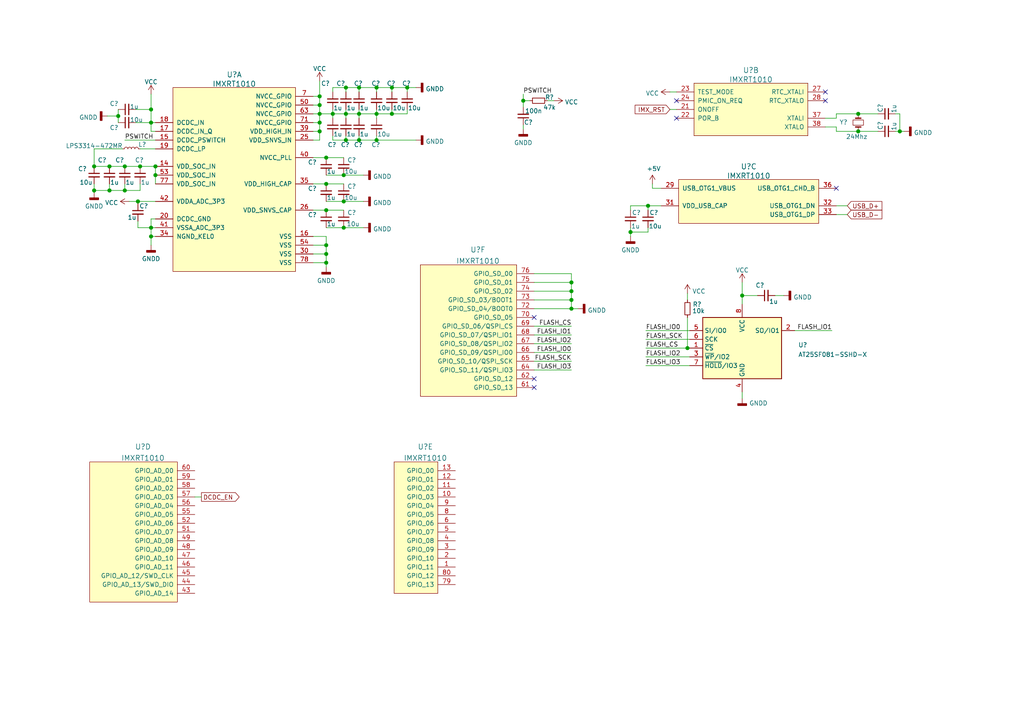
<source format=kicad_sch>
(kicad_sch (version 20210621) (generator eeschema)
  (paper "A4")
  (lib_symbols
    (symbol "Device:C_Small" (pin_numbers hide) (pin_names (offset 0.254) hide)
      (property "Reference" "C" (at 0.254 1.778 0))
      (property "Value" "C_Small" (at 0.254 -2.032 0))
      (symbol "C_Small_0_1"
        (polyline (pts (xy -1.524 -0.508) (xy 1.524 -0.508)) (stroke (width 0.3302)))
        (polyline (pts (xy -1.524 0.508) (xy 1.524 0.508)) (stroke (width 0.3048)))
      )
      (symbol "C_Small_1_1"
        (pin passive line (at 0 2.54 270) (length 2.032) (name "~") (number "1"))
        (pin passive line (at 0 -2.54 90) (length 2.032) (name "~") (number "2"))
      )
    )
    (symbol "Device:Crystal_Small" (pin_numbers hide) (pin_names (offset 1.016) hide)
      (property "Reference" "Y" (at 0 2.54 0))
      (property "Value" "Crystal_Small" (at 0 -2.54 0))
      (symbol "Crystal_Small_0_1"
        (rectangle (start -0.762 -1.524) (end 0.762 1.524))
        (polyline (pts (xy -1.27 -0.762) (xy -1.27 0.762)) (stroke (width 0.381)))
        (polyline (pts (xy 1.27 -0.762) (xy 1.27 0.762)) (stroke (width 0.381)))
      )
      (symbol "Crystal_Small_1_1"
        (pin passive line (at -2.54 0 0) (length 1.27) (name "1") (number "1"))
        (pin passive line (at 2.54 0 180) (length 1.27) (name "2") (number "2"))
      )
    )
    (symbol "Device:L_Small" (pin_numbers hide) (pin_names (offset 0.254) hide)
      (property "Reference" "L" (at 0.762 1.016 0))
      (property "Value" "L_Small" (at 0.762 -1.016 0))
      (symbol "L_Small_0_1"
        (arc (start 0 -2.032) (end 0 -1.016) (radius (at 0 -1.524) (length 0.508) (angles -89.9 89.9)))
        (arc (start 0 -1.016) (end 0 0) (radius (at 0 -0.508) (length 0.508) (angles -89.9 89.9)))
        (arc (start 0 0) (end 0 1.016) (radius (at 0 0.508) (length 0.508) (angles -89.9 89.9)))
        (arc (start 0 1.016) (end 0 2.032) (radius (at 0 1.524) (length 0.508) (angles -89.9 89.9)))
      )
      (symbol "L_Small_1_1"
        (pin passive line (at 0 2.54 270) (length 0.508) (name "~") (number "1"))
        (pin passive line (at 0 -2.54 90) (length 0.508) (name "~") (number "2"))
      )
    )
    (symbol "Device:R_Small" (pin_numbers hide) (pin_names (offset 0.254) hide)
      (property "Reference" "R" (at 0.762 0.508 0))
      (property "Value" "R_Small" (at 0.762 -1.016 0))
      (symbol "R_Small_0_1"
        (rectangle (start -0.762 1.778) (end 0.762 -1.778) (stroke (width 0.2032)))
      )
      (symbol "R_Small_1_1"
        (pin passive line (at 0 2.54 270) (length 0.762) (name "~") (number "1"))
        (pin passive line (at 0 -2.54 90) (length 0.762) (name "~") (number "2"))
      )
    )
    (symbol "DykoDAC3-rescue:+5V-power" (power) (pin_names (offset 0))
      (property "Value" "+5V-power" (at 0 3.556 0))
      (symbol "+5V-power_0_1"
        (polyline (pts (xy -0.762 1.27) (xy 0 2.54)))
        (polyline (pts (xy 0 0) (xy 0 2.54)))
        (polyline (pts (xy 0 2.54) (xy 0.762 1.27)))
      )
      (symbol "+5V-power_1_1"
        (pin power_in line (at 0 0 90) (length 0) hide (name "+5V") (number "1"))
      )
    )
    (symbol "Memory_Flash:AT25SF081-SSHD-X"
      (property "Reference" "U" (at 2.54 12.7 0))
      (property "Value" "AT25SF081-SSHD-X" (at 10.16 10.16 0))
      (symbol "AT25SF081-SSHD-X_1_1"
        (rectangle (start -11.43 8.89) (end 11.43 -8.89) (stroke (width 0.254)) (fill (type background)))
        (pin input line (at -15.24 0 0) (length 3.81) (name "~{CS}") (number "1"))
        (pin bidirectional line (at 15.24 5.08 180) (length 3.81) (name "SO/IO1") (number "2"))
        (pin bidirectional line (at -15.24 -2.54 0) (length 3.81) (name "~{WP}/IO2") (number "3"))
        (pin power_in line (at 0 -12.7 90) (length 3.81) (name "GND") (number "4"))
        (pin bidirectional line (at -15.24 5.08 0) (length 3.81) (name "SI/IO0") (number "5"))
        (pin input line (at -15.24 2.54 0) (length 3.81) (name "SCK") (number "6"))
        (pin bidirectional line (at -15.24 -5.08 0) (length 3.81) (name "~{HOLD}/IO3") (number "7"))
        (pin power_in line (at 0 12.7 270) (length 3.81) (name "VCC") (number "8"))
      )
    )
    (symbol "imx:IMXRT1010" (pin_names (offset 1.016))
      (property "Reference" "U" (at 5.08 6.35 0))
      (property "Value" "IMXRT1010" (at 5.08 3.81 0))
      (symbol "IMXRT1010_1_1"
        (rectangle (start 5.08 2.54) (end 40.64 -50.8) (fill (type background)))
        (pin bidirectional line (at 0 -20.32 0) (length 5.08) (name "VDD_SOC_IN") (number "14"))
        (pin bidirectional line (at 0 -12.7 0) (length 5.08) (name "DCDC_PSWITCH") (number "15"))
        (pin bidirectional line (at 45.72 -40.64 180) (length 5.08) (name "VSS") (number "16"))
        (pin bidirectional line (at 0 -10.16 0) (length 5.08) (name "DCDC_IN_Q") (number "17"))
        (pin bidirectional line (at 0 -7.62 0) (length 5.08) (name "DCDC_IN") (number "18"))
        (pin bidirectional line (at 0 -15.24 0) (length 5.08) (name "DCDC_LP") (number "19"))
        (pin bidirectional line (at 0 -35.56 0) (length 5.08) (name "DCDC_GND") (number "20"))
        (pin bidirectional line (at 45.72 -12.7 180) (length 5.08) (name "VDD_SNVS_IN") (number "25"))
        (pin bidirectional line (at 45.72 -33.02 180) (length 5.08) (name "VDD_SNVS_CAP") (number "26"))
        (pin bidirectional line (at 45.72 -45.72 180) (length 5.08) (name "VSS") (number "30"))
        (pin bidirectional line (at 0 -40.64 0) (length 5.08) (name "NGND_KEL0") (number "34"))
        (pin bidirectional line (at 45.72 -25.4 180) (length 5.08) (name "VDD_HIGH_CAP") (number "35"))
        (pin bidirectional line (at 45.72 -10.16 180) (length 5.08) (name "VDD_HIGH_IN") (number "39"))
        (pin bidirectional line (at 45.72 -17.78 180) (length 5.08) (name "NVCC_PLL") (number "40"))
        (pin bidirectional line (at 0 -38.1 0) (length 5.08) (name "VSSA_ADC_3P3") (number "41"))
        (pin bidirectional line (at 0 -30.48 0) (length 5.08) (name "VDDA_ADC_3P3") (number "42"))
        (pin bidirectional line (at 45.72 -2.54 180) (length 5.08) (name "NVCC_GPIO") (number "50"))
        (pin bidirectional line (at 0 -22.86 0) (length 5.08) (name "VDD_SOC_IN") (number "53"))
        (pin bidirectional line (at 45.72 -43.18 180) (length 5.08) (name "VSS") (number "54"))
        (pin bidirectional line (at 45.72 -5.08 180) (length 5.08) (name "NVCC_GPIO") (number "63"))
        (pin bidirectional line (at 45.72 0 180) (length 5.08) (name "NVCC_GPIO") (number "7"))
        (pin bidirectional line (at 45.72 -7.62 180) (length 5.08) (name "NVCC_GPIO") (number "71"))
        (pin bidirectional line (at 0 -25.4 0) (length 5.08) (name "VDD_SOC_IN") (number "77"))
        (pin bidirectional line (at 45.72 -48.26 180) (length 5.08) (name "VSS") (number "78"))
      )
      (symbol "IMXRT1010_2_1"
        (rectangle (start 5.08 2.54) (end 38.1 -12.7) (fill (type background)))
        (pin bidirectional line (at 0 -5.08 0) (length 5.08) (name "ONOFF") (number "21"))
        (pin bidirectional line (at 0 -7.62 0) (length 5.08) (name "POR_B") (number "22"))
        (pin bidirectional line (at 0 0 0) (length 5.08) (name "TEST_MODE") (number "23"))
        (pin bidirectional line (at 0 -2.54 0) (length 5.08) (name "PMIC_ON_REQ") (number "24"))
        (pin bidirectional line (at 43.18 0 180) (length 5.08) (name "RTC_XTALI") (number "27"))
        (pin bidirectional line (at 43.18 -2.54 180) (length 5.08) (name "RTC_XTALO") (number "28"))
        (pin bidirectional line (at 43.18 -7.62 180) (length 5.08) (name "XTALI") (number "37"))
        (pin bidirectional line (at 43.18 -10.16 180) (length 5.08) (name "XTALO") (number "38"))
      )
      (symbol "IMXRT1010_3_1"
        (rectangle (start 5.08 2.54) (end 45.72 -10.16) (fill (type background)))
        (pin bidirectional line (at 0 0 0) (length 5.08) (name "USB_OTG1_VBUS") (number "29"))
        (pin bidirectional line (at 0 -5.08 0) (length 5.08) (name "VDD_USB_CAP") (number "31"))
        (pin bidirectional line (at 50.8 -5.08 180) (length 5.08) (name "USB_OTG1_DN") (number "32"))
        (pin bidirectional line (at 50.8 -7.62 180) (length 5.08) (name "USB_OTG1_DP") (number "33"))
        (pin bidirectional line (at 50.8 0 180) (length 5.08) (name "USB_OTG1_CHD_B") (number "36"))
      )
      (symbol "IMXRT1010_4_1"
        (rectangle (start 5.08 2.54) (end 30.48 -38.1) (fill (type background)))
        (pin bidirectional line (at 35.56 -35.56 180) (length 5.08) (name "GPIO_AD_14") (number "43"))
        (pin bidirectional line (at 35.56 -33.02 180) (length 5.08) (name "GPIO_AD_13/SWD_DIO") (number "44"))
        (pin bidirectional line (at 35.56 -30.48 180) (length 5.08) (name "GPIO_AD_12/SWD_CLK") (number "45"))
        (pin bidirectional line (at 35.56 -27.94 180) (length 5.08) (name "GPIO_AD_11") (number "46"))
        (pin bidirectional line (at 35.56 -25.4 180) (length 5.08) (name "GPIO_AD_10") (number "47"))
        (pin bidirectional line (at 35.56 -22.86 180) (length 5.08) (name "GPIO_AD_09") (number "48"))
        (pin bidirectional line (at 35.56 -20.32 180) (length 5.08) (name "GPIO_AD_08") (number "49"))
        (pin bidirectional line (at 35.56 -17.78 180) (length 5.08) (name "GPIO_AD_07") (number "51"))
        (pin bidirectional line (at 35.56 -15.24 180) (length 5.08) (name "GPIO_AD_06") (number "52"))
        (pin bidirectional line (at 35.56 -12.7 180) (length 5.08) (name "GPIO_AD_05") (number "55"))
        (pin bidirectional line (at 35.56 -10.16 180) (length 5.08) (name "GPIO_AD_04") (number "56"))
        (pin bidirectional line (at 35.56 -7.62 180) (length 5.08) (name "GPIO_AD_03") (number "57"))
        (pin bidirectional line (at 35.56 -5.08 180) (length 5.08) (name "GPIO_AD_02") (number "58"))
        (pin bidirectional line (at 35.56 -2.54 180) (length 5.08) (name "GPIO_AD_01") (number "59"))
        (pin bidirectional line (at 35.56 0 180) (length 5.08) (name "GPIO_AD_00") (number "60"))
      )
      (symbol "IMXRT1010_5_1"
        (rectangle (start 5.08 2.54) (end 17.78 -35.56) (fill (type background)))
        (pin bidirectional line (at 22.86 -27.94 180) (length 5.08) (name "GPIO_11") (number "1"))
        (pin bidirectional line (at 22.86 -7.62 180) (length 5.08) (name "GPIO_03") (number "10"))
        (pin bidirectional line (at 22.86 -5.08 180) (length 5.08) (name "GPIO_02") (number "11"))
        (pin bidirectional line (at 22.86 -2.54 180) (length 5.08) (name "GPIO_01") (number "12"))
        (pin bidirectional line (at 22.86 0 180) (length 5.08) (name "GPIO_00") (number "13"))
        (pin bidirectional line (at 22.86 -25.4 180) (length 5.08) (name "GPIO_10") (number "2"))
        (pin bidirectional line (at 22.86 -22.86 180) (length 5.08) (name "GPIO_09") (number "3"))
        (pin bidirectional line (at 22.86 -20.32 180) (length 5.08) (name "GPIO_08") (number "4"))
        (pin bidirectional line (at 22.86 -17.78 180) (length 5.08) (name "GPIO_07") (number "5"))
        (pin bidirectional line (at 22.86 -15.24 180) (length 5.08) (name "GPIO_06") (number "6"))
        (pin bidirectional line (at 22.86 -33.02 180) (length 5.08) (name "GPIO_13") (number "79"))
        (pin bidirectional line (at 22.86 -12.7 180) (length 5.08) (name "GPIO_05") (number "8"))
        (pin bidirectional line (at 22.86 -30.48 180) (length 5.08) (name "GPIO_12") (number "80"))
        (pin bidirectional line (at 22.86 -10.16 180) (length 5.08) (name "GPIO_04") (number "9"))
      )
      (symbol "IMXRT1010_6_1"
        (rectangle (start 5.08 2.54) (end 33.02 -35.56) (fill (type background)))
        (pin bidirectional line (at 38.1 -33.02 180) (length 5.08) (name "GPIO_SD_13") (number "61"))
        (pin bidirectional line (at 38.1 -30.48 180) (length 5.08) (name "GPIO_SD_12") (number "62"))
        (pin bidirectional line (at 38.1 -27.94 180) (length 5.08) (name "GPIO_SD_11/QSPI_IO3") (number "64"))
        (pin bidirectional line (at 38.1 -25.4 180) (length 5.08) (name "GPIO_SD_10/QSPI_SCK") (number "65"))
        (pin bidirectional line (at 38.1 -22.86 180) (length 5.08) (name "GPIO_SD_09/QSPI_IO0") (number "66"))
        (pin bidirectional line (at 38.1 -20.32 180) (length 5.08) (name "GPIO_SD_08/QSPI_IO2") (number "67"))
        (pin bidirectional line (at 38.1 -17.78 180) (length 5.08) (name "GPIO_SD_07/QSPI_IO1") (number "68"))
        (pin bidirectional line (at 38.1 -15.24 180) (length 5.08) (name "GPIO_SD_06/QSPI_CS") (number "69"))
        (pin bidirectional line (at 38.1 -12.7 180) (length 5.08) (name "GPIO_SD_05") (number "70"))
        (pin bidirectional line (at 38.1 -10.16 180) (length 5.08) (name "GPIO_SD_04/BOOT0") (number "72"))
        (pin bidirectional line (at 38.1 -7.62 180) (length 5.08) (name "GPIO_SD_03/BOOT1") (number "73"))
        (pin bidirectional line (at 38.1 -5.08 180) (length 5.08) (name "GPIO_SD_02") (number "74"))
        (pin bidirectional line (at 38.1 -2.54 180) (length 5.08) (name "GPIO_SD_01") (number "75"))
        (pin bidirectional line (at 38.1 0 180) (length 5.08) (name "GPIO_SD_00") (number "76"))
      )
    )
    (symbol "imx:IMXRT1010_1" (pin_names (offset 1.016))
      (property "Reference" "U" (at 5.08 6.35 0))
      (property "Value" "IMXRT1010" (at 5.08 3.81 0))
      (symbol "IMXRT1010_1_1_1"
        (rectangle (start 5.08 2.54) (end 40.64 -50.8) (fill (type background)))
        (pin bidirectional line (at 0 -20.32 0) (length 5.08) (name "VDD_SOC_IN") (number "14"))
        (pin bidirectional line (at 0 -12.7 0) (length 5.08) (name "DCDC_PSWITCH") (number "15"))
        (pin bidirectional line (at 45.72 -40.64 180) (length 5.08) (name "VSS") (number "16"))
        (pin bidirectional line (at 0 -10.16 0) (length 5.08) (name "DCDC_IN_Q") (number "17"))
        (pin bidirectional line (at 0 -7.62 0) (length 5.08) (name "DCDC_IN") (number "18"))
        (pin bidirectional line (at 0 -15.24 0) (length 5.08) (name "DCDC_LP") (number "19"))
        (pin bidirectional line (at 0 -35.56 0) (length 5.08) (name "DCDC_GND") (number "20"))
        (pin bidirectional line (at 45.72 -12.7 180) (length 5.08) (name "VDD_SNVS_IN") (number "25"))
        (pin bidirectional line (at 45.72 -33.02 180) (length 5.08) (name "VDD_SNVS_CAP") (number "26"))
        (pin bidirectional line (at 45.72 -45.72 180) (length 5.08) (name "VSS") (number "30"))
        (pin bidirectional line (at 0 -40.64 0) (length 5.08) (name "NGND_KEL0") (number "34"))
        (pin bidirectional line (at 45.72 -25.4 180) (length 5.08) (name "VDD_HIGH_CAP") (number "35"))
        (pin bidirectional line (at 45.72 -10.16 180) (length 5.08) (name "VDD_HIGH_IN") (number "39"))
        (pin bidirectional line (at 45.72 -17.78 180) (length 5.08) (name "NVCC_PLL") (number "40"))
        (pin bidirectional line (at 0 -38.1 0) (length 5.08) (name "VSSA_ADC_3P3") (number "41"))
        (pin bidirectional line (at 0 -30.48 0) (length 5.08) (name "VDDA_ADC_3P3") (number "42"))
        (pin bidirectional line (at 45.72 -2.54 180) (length 5.08) (name "NVCC_GPIO") (number "50"))
        (pin bidirectional line (at 0 -22.86 0) (length 5.08) (name "VDD_SOC_IN") (number "53"))
        (pin bidirectional line (at 45.72 -43.18 180) (length 5.08) (name "VSS") (number "54"))
        (pin bidirectional line (at 45.72 -5.08 180) (length 5.08) (name "NVCC_GPIO") (number "63"))
        (pin bidirectional line (at 45.72 0 180) (length 5.08) (name "NVCC_GPIO") (number "7"))
        (pin bidirectional line (at 45.72 -7.62 180) (length 5.08) (name "NVCC_GPIO") (number "71"))
        (pin bidirectional line (at 0 -25.4 0) (length 5.08) (name "VDD_SOC_IN") (number "77"))
        (pin bidirectional line (at 45.72 -48.26 180) (length 5.08) (name "VSS") (number "78"))
      )
      (symbol "IMXRT1010_1_2_1"
        (rectangle (start 5.08 2.54) (end 38.1 -12.7) (fill (type background)))
        (pin bidirectional line (at 0 -5.08 0) (length 5.08) (name "ONOFF") (number "21"))
        (pin bidirectional line (at 0 -7.62 0) (length 5.08) (name "POR_B") (number "22"))
        (pin bidirectional line (at 0 0 0) (length 5.08) (name "TEST_MODE") (number "23"))
        (pin bidirectional line (at 0 -2.54 0) (length 5.08) (name "PMIC_ON_REQ") (number "24"))
        (pin bidirectional line (at 43.18 0 180) (length 5.08) (name "RTC_XTALI") (number "27"))
        (pin bidirectional line (at 43.18 -2.54 180) (length 5.08) (name "RTC_XTALO") (number "28"))
        (pin bidirectional line (at 43.18 -7.62 180) (length 5.08) (name "XTALI") (number "37"))
        (pin bidirectional line (at 43.18 -10.16 180) (length 5.08) (name "XTALO") (number "38"))
      )
      (symbol "IMXRT1010_1_3_1"
        (rectangle (start 5.08 2.54) (end 45.72 -10.16) (fill (type background)))
        (pin bidirectional line (at 0 0 0) (length 5.08) (name "USB_OTG1_VBUS") (number "29"))
        (pin bidirectional line (at 0 -5.08 0) (length 5.08) (name "VDD_USB_CAP") (number "31"))
        (pin bidirectional line (at 50.8 -5.08 180) (length 5.08) (name "USB_OTG1_DN") (number "32"))
        (pin bidirectional line (at 50.8 -7.62 180) (length 5.08) (name "USB_OTG1_DP") (number "33"))
        (pin bidirectional line (at 50.8 0 180) (length 5.08) (name "USB_OTG1_CHD_B") (number "36"))
      )
      (symbol "IMXRT1010_1_4_1"
        (rectangle (start 5.08 2.54) (end 30.48 -38.1) (fill (type background)))
        (pin bidirectional line (at 35.56 -35.56 180) (length 5.08) (name "GPIO_AD_14") (number "43"))
        (pin bidirectional line (at 35.56 -33.02 180) (length 5.08) (name "GPIO_AD_13/SWD_DIO") (number "44"))
        (pin bidirectional line (at 35.56 -30.48 180) (length 5.08) (name "GPIO_AD_12/SWD_CLK") (number "45"))
        (pin bidirectional line (at 35.56 -27.94 180) (length 5.08) (name "GPIO_AD_11") (number "46"))
        (pin bidirectional line (at 35.56 -25.4 180) (length 5.08) (name "GPIO_AD_10") (number "47"))
        (pin bidirectional line (at 35.56 -22.86 180) (length 5.08) (name "GPIO_AD_09") (number "48"))
        (pin bidirectional line (at 35.56 -20.32 180) (length 5.08) (name "GPIO_AD_08") (number "49"))
        (pin bidirectional line (at 35.56 -17.78 180) (length 5.08) (name "GPIO_AD_07") (number "51"))
        (pin bidirectional line (at 35.56 -15.24 180) (length 5.08) (name "GPIO_AD_06") (number "52"))
        (pin bidirectional line (at 35.56 -12.7 180) (length 5.08) (name "GPIO_AD_05") (number "55"))
        (pin bidirectional line (at 35.56 -10.16 180) (length 5.08) (name "GPIO_AD_04") (number "56"))
        (pin bidirectional line (at 35.56 -7.62 180) (length 5.08) (name "GPIO_AD_03") (number "57"))
        (pin bidirectional line (at 35.56 -5.08 180) (length 5.08) (name "GPIO_AD_02") (number "58"))
        (pin bidirectional line (at 35.56 -2.54 180) (length 5.08) (name "GPIO_AD_01") (number "59"))
        (pin bidirectional line (at 35.56 0 180) (length 5.08) (name "GPIO_AD_00") (number "60"))
      )
      (symbol "IMXRT1010_1_5_1"
        (rectangle (start 5.08 2.54) (end 17.78 -35.56) (fill (type background)))
        (pin bidirectional line (at 22.86 -27.94 180) (length 5.08) (name "GPIO_11") (number "1"))
        (pin bidirectional line (at 22.86 -7.62 180) (length 5.08) (name "GPIO_03") (number "10"))
        (pin bidirectional line (at 22.86 -5.08 180) (length 5.08) (name "GPIO_02") (number "11"))
        (pin bidirectional line (at 22.86 -2.54 180) (length 5.08) (name "GPIO_01") (number "12"))
        (pin bidirectional line (at 22.86 0 180) (length 5.08) (name "GPIO_00") (number "13"))
        (pin bidirectional line (at 22.86 -25.4 180) (length 5.08) (name "GPIO_10") (number "2"))
        (pin bidirectional line (at 22.86 -22.86 180) (length 5.08) (name "GPIO_09") (number "3"))
        (pin bidirectional line (at 22.86 -20.32 180) (length 5.08) (name "GPIO_08") (number "4"))
        (pin bidirectional line (at 22.86 -17.78 180) (length 5.08) (name "GPIO_07") (number "5"))
        (pin bidirectional line (at 22.86 -15.24 180) (length 5.08) (name "GPIO_06") (number "6"))
        (pin bidirectional line (at 22.86 -33.02 180) (length 5.08) (name "GPIO_13") (number "79"))
        (pin bidirectional line (at 22.86 -12.7 180) (length 5.08) (name "GPIO_05") (number "8"))
        (pin bidirectional line (at 22.86 -30.48 180) (length 5.08) (name "GPIO_12") (number "80"))
        (pin bidirectional line (at 22.86 -10.16 180) (length 5.08) (name "GPIO_04") (number "9"))
      )
      (symbol "IMXRT1010_1_6_1"
        (rectangle (start 5.08 2.54) (end 33.02 -35.56) (fill (type background)))
        (pin bidirectional line (at 38.1 -33.02 180) (length 5.08) (name "GPIO_SD_13") (number "61"))
        (pin bidirectional line (at 38.1 -30.48 180) (length 5.08) (name "GPIO_SD_12") (number "62"))
        (pin bidirectional line (at 38.1 -27.94 180) (length 5.08) (name "GPIO_SD_11/QSPI_IO3") (number "64"))
        (pin bidirectional line (at 38.1 -25.4 180) (length 5.08) (name "GPIO_SD_10/QSPI_SCK") (number "65"))
        (pin bidirectional line (at 38.1 -22.86 180) (length 5.08) (name "GPIO_SD_09/QSPI_IO0") (number "66"))
        (pin bidirectional line (at 38.1 -20.32 180) (length 5.08) (name "GPIO_SD_08/QSPI_IO2") (number "67"))
        (pin bidirectional line (at 38.1 -17.78 180) (length 5.08) (name "GPIO_SD_07/QSPI_IO1") (number "68"))
        (pin bidirectional line (at 38.1 -15.24 180) (length 5.08) (name "GPIO_SD_06/QSPI_CS") (number "69"))
        (pin bidirectional line (at 38.1 -12.7 180) (length 5.08) (name "GPIO_SD_05") (number "70"))
        (pin bidirectional line (at 38.1 -10.16 180) (length 5.08) (name "GPIO_SD_04/BOOT0") (number "72"))
        (pin bidirectional line (at 38.1 -7.62 180) (length 5.08) (name "GPIO_SD_03/BOOT1") (number "73"))
        (pin bidirectional line (at 38.1 -5.08 180) (length 5.08) (name "GPIO_SD_02") (number "74"))
        (pin bidirectional line (at 38.1 -2.54 180) (length 5.08) (name "GPIO_SD_01") (number "75"))
        (pin bidirectional line (at 38.1 0 180) (length 5.08) (name "GPIO_SD_00") (number "76"))
      )
    )
    (symbol "imx:IMXRT1010_2" (pin_names (offset 1.016))
      (property "Reference" "U" (at 5.08 6.35 0))
      (property "Value" "IMXRT1010" (at 5.08 3.81 0))
      (symbol "IMXRT1010_2_1_1"
        (rectangle (start 5.08 2.54) (end 40.64 -50.8) (fill (type background)))
        (pin bidirectional line (at 0 -20.32 0) (length 5.08) (name "VDD_SOC_IN") (number "14"))
        (pin bidirectional line (at 0 -12.7 0) (length 5.08) (name "DCDC_PSWITCH") (number "15"))
        (pin bidirectional line (at 45.72 -40.64 180) (length 5.08) (name "VSS") (number "16"))
        (pin bidirectional line (at 0 -10.16 0) (length 5.08) (name "DCDC_IN_Q") (number "17"))
        (pin bidirectional line (at 0 -7.62 0) (length 5.08) (name "DCDC_IN") (number "18"))
        (pin bidirectional line (at 0 -15.24 0) (length 5.08) (name "DCDC_LP") (number "19"))
        (pin bidirectional line (at 0 -35.56 0) (length 5.08) (name "DCDC_GND") (number "20"))
        (pin bidirectional line (at 45.72 -12.7 180) (length 5.08) (name "VDD_SNVS_IN") (number "25"))
        (pin bidirectional line (at 45.72 -33.02 180) (length 5.08) (name "VDD_SNVS_CAP") (number "26"))
        (pin bidirectional line (at 45.72 -45.72 180) (length 5.08) (name "VSS") (number "30"))
        (pin bidirectional line (at 0 -40.64 0) (length 5.08) (name "NGND_KEL0") (number "34"))
        (pin bidirectional line (at 45.72 -25.4 180) (length 5.08) (name "VDD_HIGH_CAP") (number "35"))
        (pin bidirectional line (at 45.72 -10.16 180) (length 5.08) (name "VDD_HIGH_IN") (number "39"))
        (pin bidirectional line (at 45.72 -17.78 180) (length 5.08) (name "NVCC_PLL") (number "40"))
        (pin bidirectional line (at 0 -38.1 0) (length 5.08) (name "VSSA_ADC_3P3") (number "41"))
        (pin bidirectional line (at 0 -30.48 0) (length 5.08) (name "VDDA_ADC_3P3") (number "42"))
        (pin bidirectional line (at 45.72 -2.54 180) (length 5.08) (name "NVCC_GPIO") (number "50"))
        (pin bidirectional line (at 0 -22.86 0) (length 5.08) (name "VDD_SOC_IN") (number "53"))
        (pin bidirectional line (at 45.72 -43.18 180) (length 5.08) (name "VSS") (number "54"))
        (pin bidirectional line (at 45.72 -5.08 180) (length 5.08) (name "NVCC_GPIO") (number "63"))
        (pin bidirectional line (at 45.72 0 180) (length 5.08) (name "NVCC_GPIO") (number "7"))
        (pin bidirectional line (at 45.72 -7.62 180) (length 5.08) (name "NVCC_GPIO") (number "71"))
        (pin bidirectional line (at 0 -25.4 0) (length 5.08) (name "VDD_SOC_IN") (number "77"))
        (pin bidirectional line (at 45.72 -48.26 180) (length 5.08) (name "VSS") (number "78"))
      )
      (symbol "IMXRT1010_2_2_1"
        (rectangle (start 5.08 2.54) (end 38.1 -12.7) (fill (type background)))
        (pin bidirectional line (at 0 -5.08 0) (length 5.08) (name "ONOFF") (number "21"))
        (pin bidirectional line (at 0 -7.62 0) (length 5.08) (name "POR_B") (number "22"))
        (pin bidirectional line (at 0 0 0) (length 5.08) (name "TEST_MODE") (number "23"))
        (pin bidirectional line (at 0 -2.54 0) (length 5.08) (name "PMIC_ON_REQ") (number "24"))
        (pin bidirectional line (at 43.18 0 180) (length 5.08) (name "RTC_XTALI") (number "27"))
        (pin bidirectional line (at 43.18 -2.54 180) (length 5.08) (name "RTC_XTALO") (number "28"))
        (pin bidirectional line (at 43.18 -7.62 180) (length 5.08) (name "XTALI") (number "37"))
        (pin bidirectional line (at 43.18 -10.16 180) (length 5.08) (name "XTALO") (number "38"))
      )
      (symbol "IMXRT1010_2_3_1"
        (rectangle (start 5.08 2.54) (end 45.72 -10.16) (fill (type background)))
        (pin bidirectional line (at 0 0 0) (length 5.08) (name "USB_OTG1_VBUS") (number "29"))
        (pin bidirectional line (at 0 -5.08 0) (length 5.08) (name "VDD_USB_CAP") (number "31"))
        (pin bidirectional line (at 50.8 -5.08 180) (length 5.08) (name "USB_OTG1_DN") (number "32"))
        (pin bidirectional line (at 50.8 -7.62 180) (length 5.08) (name "USB_OTG1_DP") (number "33"))
        (pin bidirectional line (at 50.8 0 180) (length 5.08) (name "USB_OTG1_CHD_B") (number "36"))
      )
      (symbol "IMXRT1010_2_4_1"
        (rectangle (start 5.08 2.54) (end 30.48 -38.1) (fill (type background)))
        (pin bidirectional line (at 35.56 -35.56 180) (length 5.08) (name "GPIO_AD_14") (number "43"))
        (pin bidirectional line (at 35.56 -33.02 180) (length 5.08) (name "GPIO_AD_13/SWD_DIO") (number "44"))
        (pin bidirectional line (at 35.56 -30.48 180) (length 5.08) (name "GPIO_AD_12/SWD_CLK") (number "45"))
        (pin bidirectional line (at 35.56 -27.94 180) (length 5.08) (name "GPIO_AD_11") (number "46"))
        (pin bidirectional line (at 35.56 -25.4 180) (length 5.08) (name "GPIO_AD_10") (number "47"))
        (pin bidirectional line (at 35.56 -22.86 180) (length 5.08) (name "GPIO_AD_09") (number "48"))
        (pin bidirectional line (at 35.56 -20.32 180) (length 5.08) (name "GPIO_AD_08") (number "49"))
        (pin bidirectional line (at 35.56 -17.78 180) (length 5.08) (name "GPIO_AD_07") (number "51"))
        (pin bidirectional line (at 35.56 -15.24 180) (length 5.08) (name "GPIO_AD_06") (number "52"))
        (pin bidirectional line (at 35.56 -12.7 180) (length 5.08) (name "GPIO_AD_05") (number "55"))
        (pin bidirectional line (at 35.56 -10.16 180) (length 5.08) (name "GPIO_AD_04") (number "56"))
        (pin bidirectional line (at 35.56 -7.62 180) (length 5.08) (name "GPIO_AD_03") (number "57"))
        (pin bidirectional line (at 35.56 -5.08 180) (length 5.08) (name "GPIO_AD_02") (number "58"))
        (pin bidirectional line (at 35.56 -2.54 180) (length 5.08) (name "GPIO_AD_01") (number "59"))
        (pin bidirectional line (at 35.56 0 180) (length 5.08) (name "GPIO_AD_00") (number "60"))
      )
      (symbol "IMXRT1010_2_5_1"
        (rectangle (start 5.08 2.54) (end 17.78 -35.56) (fill (type background)))
        (pin bidirectional line (at 22.86 -27.94 180) (length 5.08) (name "GPIO_11") (number "1"))
        (pin bidirectional line (at 22.86 -7.62 180) (length 5.08) (name "GPIO_03") (number "10"))
        (pin bidirectional line (at 22.86 -5.08 180) (length 5.08) (name "GPIO_02") (number "11"))
        (pin bidirectional line (at 22.86 -2.54 180) (length 5.08) (name "GPIO_01") (number "12"))
        (pin bidirectional line (at 22.86 0 180) (length 5.08) (name "GPIO_00") (number "13"))
        (pin bidirectional line (at 22.86 -25.4 180) (length 5.08) (name "GPIO_10") (number "2"))
        (pin bidirectional line (at 22.86 -22.86 180) (length 5.08) (name "GPIO_09") (number "3"))
        (pin bidirectional line (at 22.86 -20.32 180) (length 5.08) (name "GPIO_08") (number "4"))
        (pin bidirectional line (at 22.86 -17.78 180) (length 5.08) (name "GPIO_07") (number "5"))
        (pin bidirectional line (at 22.86 -15.24 180) (length 5.08) (name "GPIO_06") (number "6"))
        (pin bidirectional line (at 22.86 -33.02 180) (length 5.08) (name "GPIO_13") (number "79"))
        (pin bidirectional line (at 22.86 -12.7 180) (length 5.08) (name "GPIO_05") (number "8"))
        (pin bidirectional line (at 22.86 -30.48 180) (length 5.08) (name "GPIO_12") (number "80"))
        (pin bidirectional line (at 22.86 -10.16 180) (length 5.08) (name "GPIO_04") (number "9"))
      )
      (symbol "IMXRT1010_2_6_1"
        (rectangle (start 5.08 2.54) (end 33.02 -35.56) (fill (type background)))
        (pin bidirectional line (at 38.1 -33.02 180) (length 5.08) (name "GPIO_SD_13") (number "61"))
        (pin bidirectional line (at 38.1 -30.48 180) (length 5.08) (name "GPIO_SD_12") (number "62"))
        (pin bidirectional line (at 38.1 -27.94 180) (length 5.08) (name "GPIO_SD_11/QSPI_IO3") (number "64"))
        (pin bidirectional line (at 38.1 -25.4 180) (length 5.08) (name "GPIO_SD_10/QSPI_SCK") (number "65"))
        (pin bidirectional line (at 38.1 -22.86 180) (length 5.08) (name "GPIO_SD_09/QSPI_IO0") (number "66"))
        (pin bidirectional line (at 38.1 -20.32 180) (length 5.08) (name "GPIO_SD_08/QSPI_IO2") (number "67"))
        (pin bidirectional line (at 38.1 -17.78 180) (length 5.08) (name "GPIO_SD_07/QSPI_IO1") (number "68"))
        (pin bidirectional line (at 38.1 -15.24 180) (length 5.08) (name "GPIO_SD_06/QSPI_CS") (number "69"))
        (pin bidirectional line (at 38.1 -12.7 180) (length 5.08) (name "GPIO_SD_05") (number "70"))
        (pin bidirectional line (at 38.1 -10.16 180) (length 5.08) (name "GPIO_SD_04/BOOT0") (number "72"))
        (pin bidirectional line (at 38.1 -7.62 180) (length 5.08) (name "GPIO_SD_03/BOOT1") (number "73"))
        (pin bidirectional line (at 38.1 -5.08 180) (length 5.08) (name "GPIO_SD_02") (number "74"))
        (pin bidirectional line (at 38.1 -2.54 180) (length 5.08) (name "GPIO_SD_01") (number "75"))
        (pin bidirectional line (at 38.1 0 180) (length 5.08) (name "GPIO_SD_00") (number "76"))
      )
    )
    (symbol "power:GNDD" (power) (pin_names (offset 0))
      (property "Value" "GNDD" (at 0 -3.175 0))
      (symbol "GNDD_0_1"
        (rectangle (start -1.27 -1.524) (end 1.27 -2.032) (stroke (width 0.254)) (fill (type outline)))
        (polyline (pts (xy 0 0) (xy 0 -1.524)))
      )
      (symbol "GNDD_1_1"
        (pin power_in line (at 0 0 270) (length 0) hide (name "GNDD") (number "1"))
      )
    )
    (symbol "power:VCC" (power) (pin_names (offset 0))
      (property "Value" "VCC" (at 0 3.81 0))
      (symbol "VCC_0_1"
        (polyline (pts (xy -0.762 1.27) (xy 0 2.54)))
        (polyline (pts (xy 0 0) (xy 0 2.54)))
        (polyline (pts (xy 0 2.54) (xy 0.762 1.27)))
      )
      (symbol "VCC_1_1"
        (pin power_in line (at 0 0 90) (length 0) hide (name "VCC") (number "1"))
      )
    )
  )
  (junction (at 27.305 48.26) (diameter 1.016))
  (junction (at 27.305 55.245) (diameter 1.016))
  (junction (at 31.75 48.26) (diameter 1.016))
  (junction (at 31.75 55.245) (diameter 1.016))
  (junction (at 34.29 33.655) (diameter 1.016))
  (junction (at 36.195 48.26) (diameter 1.016))
  (junction (at 36.195 55.245) (diameter 1.016))
  (junction (at 40.005 58.42) (diameter 1.016))
  (junction (at 40.64 48.26) (diameter 1.016))
  (junction (at 43.815 31.75) (diameter 1.016))
  (junction (at 43.815 35.56) (diameter 1.016))
  (junction (at 43.815 66.04) (diameter 1.016))
  (junction (at 43.815 68.58) (diameter 1.016))
  (junction (at 45.085 48.26) (diameter 1.016))
  (junction (at 45.085 50.8) (diameter 1.016))
  (junction (at 92.71 27.94) (diameter 1.016))
  (junction (at 92.71 30.48) (diameter 1.016))
  (junction (at 92.71 33.02) (diameter 1.016))
  (junction (at 92.71 35.56) (diameter 1.016))
  (junction (at 92.71 38.1) (diameter 1.016))
  (junction (at 94.615 45.72) (diameter 1.016))
  (junction (at 94.615 53.34) (diameter 1.016))
  (junction (at 94.615 60.96) (diameter 1.016))
  (junction (at 94.615 71.12) (diameter 1.016))
  (junction (at 94.615 73.66) (diameter 1.016))
  (junction (at 94.615 76.2) (diameter 1.016))
  (junction (at 96.52 33.02) (diameter 1.016))
  (junction (at 99.695 50.8) (diameter 1.016))
  (junction (at 99.695 58.42) (diameter 1.016))
  (junction (at 99.695 66.04) (diameter 1.016))
  (junction (at 100.33 25.4) (diameter 1.016))
  (junction (at 100.33 33.02) (diameter 1.016))
  (junction (at 100.33 40.64) (diameter 1.016))
  (junction (at 104.14 25.4) (diameter 1.016))
  (junction (at 104.14 33.02) (diameter 1.016))
  (junction (at 104.14 40.64) (diameter 1.016))
  (junction (at 109.22 25.4) (diameter 1.016))
  (junction (at 109.22 33.02) (diameter 1.016))
  (junction (at 109.22 40.64) (diameter 1.016))
  (junction (at 113.665 25.4) (diameter 1.016))
  (junction (at 113.665 33.02) (diameter 1.016))
  (junction (at 118.11 25.4) (diameter 1.016))
  (junction (at 151.765 29.21) (diameter 1.016))
  (junction (at 165.735 81.915) (diameter 1.016))
  (junction (at 165.735 84.455) (diameter 1.016))
  (junction (at 165.735 86.995) (diameter 1.016))
  (junction (at 165.735 89.535) (diameter 1.016))
  (junction (at 182.88 67.31) (diameter 1.016))
  (junction (at 187.96 59.69) (diameter 1.016))
  (junction (at 199.39 100.965) (diameter 1.016))
  (junction (at 215.265 85.725) (diameter 1.016))
  (junction (at 248.92 33.02) (diameter 1.016))
  (junction (at 248.92 38.1) (diameter 1.016))
  (junction (at 260.985 38.1) (diameter 1.016))
  (no_connect (at 154.94 92.075))
  (no_connect (at 154.94 109.855))
  (no_connect (at 154.94 112.395))
  (no_connect (at 196.215 29.21))
  (no_connect (at 196.215 34.29))
  (no_connect (at 239.395 26.67))
  (no_connect (at 239.395 29.21))
  (no_connect (at 242.57 54.61))
  (wire (pts (xy 27.305 43.18) (xy 35.56 43.18)))
  (wire (pts (xy 27.305 48.26) (xy 27.305 43.18)))
  (wire (pts (xy 27.305 55.245) (xy 27.305 53.34)))
  (wire (pts (xy 27.305 55.88) (xy 27.305 55.245)))
  (wire (pts (xy 31.115 33.655) (xy 34.29 33.655)))
  (wire (pts (xy 31.75 48.26) (xy 27.305 48.26)))
  (wire (pts (xy 31.75 48.26) (xy 36.195 48.26)))
  (wire (pts (xy 31.75 53.34) (xy 31.75 55.245)))
  (wire (pts (xy 31.75 55.245) (xy 27.305 55.245)))
  (wire (pts (xy 34.29 31.75) (xy 34.29 33.655)))
  (wire (pts (xy 34.29 33.655) (xy 34.29 35.56)))
  (wire (pts (xy 36.195 48.26) (xy 40.64 48.26)))
  (wire (pts (xy 36.195 53.34) (xy 36.195 55.245)))
  (wire (pts (xy 36.195 55.245) (xy 31.75 55.245)))
  (wire (pts (xy 37.465 58.42) (xy 40.005 58.42)))
  (wire (pts (xy 39.37 31.75) (xy 43.815 31.75)))
  (wire (pts (xy 39.37 35.56) (xy 43.815 35.56)))
  (wire (pts (xy 40.005 58.42) (xy 45.085 58.42)))
  (wire (pts (xy 40.005 59.055) (xy 40.005 58.42)))
  (wire (pts (xy 40.005 64.135) (xy 40.005 66.04)))
  (wire (pts (xy 40.005 66.04) (xy 43.815 66.04)))
  (wire (pts (xy 40.64 53.34) (xy 40.64 55.245)))
  (wire (pts (xy 40.64 55.245) (xy 36.195 55.245)))
  (wire (pts (xy 43.815 27.305) (xy 43.815 31.75)))
  (wire (pts (xy 43.815 31.75) (xy 43.815 35.56)))
  (wire (pts (xy 43.815 35.56) (xy 43.815 38.1)))
  (wire (pts (xy 43.815 38.1) (xy 45.085 38.1)))
  (wire (pts (xy 43.815 63.5) (xy 45.085 63.5)))
  (wire (pts (xy 43.815 66.04) (xy 43.815 63.5)))
  (wire (pts (xy 43.815 68.58) (xy 43.815 66.04)))
  (wire (pts (xy 43.815 71.12) (xy 43.815 68.58)))
  (wire (pts (xy 45.085 35.56) (xy 43.815 35.56)))
  (wire (pts (xy 45.085 40.64) (xy 36.195 40.64)))
  (wire (pts (xy 45.085 43.18) (xy 40.64 43.18)))
  (wire (pts (xy 45.085 48.26) (xy 40.64 48.26)))
  (wire (pts (xy 45.085 50.8) (xy 45.085 48.26)))
  (wire (pts (xy 45.085 53.34) (xy 45.085 50.8)))
  (wire (pts (xy 45.085 66.04) (xy 43.815 66.04)))
  (wire (pts (xy 45.085 68.58) (xy 43.815 68.58)))
  (wire (pts (xy 56.515 144.145) (xy 58.42 144.145)))
  (wire (pts (xy 90.805 27.94) (xy 92.71 27.94)))
  (wire (pts (xy 90.805 30.48) (xy 92.71 30.48)))
  (wire (pts (xy 90.805 33.02) (xy 92.71 33.02)))
  (wire (pts (xy 90.805 35.56) (xy 92.71 35.56)))
  (wire (pts (xy 90.805 38.1) (xy 92.71 38.1)))
  (wire (pts (xy 90.805 45.72) (xy 94.615 45.72)))
  (wire (pts (xy 90.805 53.34) (xy 94.615 53.34)))
  (wire (pts (xy 90.805 60.96) (xy 94.615 60.96)))
  (wire (pts (xy 90.805 68.58) (xy 94.615 68.58)))
  (wire (pts (xy 90.805 73.66) (xy 94.615 73.66)))
  (wire (pts (xy 90.805 76.2) (xy 94.615 76.2)))
  (wire (pts (xy 92.71 23.495) (xy 92.71 27.94)))
  (wire (pts (xy 92.71 27.94) (xy 92.71 30.48)))
  (wire (pts (xy 92.71 30.48) (xy 92.71 33.02)))
  (wire (pts (xy 92.71 33.02) (xy 92.71 35.56)))
  (wire (pts (xy 92.71 33.02) (xy 96.52 33.02)))
  (wire (pts (xy 92.71 35.56) (xy 92.71 38.1)))
  (wire (pts (xy 92.71 38.1) (xy 92.71 40.64)))
  (wire (pts (xy 92.71 40.64) (xy 90.805 40.64)))
  (wire (pts (xy 94.615 50.8) (xy 99.695 50.8)))
  (wire (pts (xy 94.615 58.42) (xy 99.695 58.42)))
  (wire (pts (xy 94.615 66.04) (xy 99.695 66.04)))
  (wire (pts (xy 94.615 68.58) (xy 94.615 71.12)))
  (wire (pts (xy 94.615 71.12) (xy 90.805 71.12)))
  (wire (pts (xy 94.615 73.66) (xy 94.615 71.12)))
  (wire (pts (xy 94.615 76.2) (xy 94.615 73.66)))
  (wire (pts (xy 94.615 77.47) (xy 94.615 76.2)))
  (wire (pts (xy 96.52 25.4) (xy 96.52 26.67)))
  (wire (pts (xy 96.52 31.75) (xy 96.52 33.02)))
  (wire (pts (xy 96.52 33.02) (xy 100.33 33.02)))
  (wire (pts (xy 96.52 34.29) (xy 96.52 33.02)))
  (wire (pts (xy 96.52 40.64) (xy 96.52 39.37)))
  (wire (pts (xy 99.695 45.72) (xy 94.615 45.72)))
  (wire (pts (xy 99.695 53.34) (xy 94.615 53.34)))
  (wire (pts (xy 99.695 60.96) (xy 94.615 60.96)))
  (wire (pts (xy 100.33 25.4) (xy 96.52 25.4)))
  (wire (pts (xy 100.33 26.67) (xy 100.33 25.4)))
  (wire (pts (xy 100.33 31.75) (xy 100.33 33.02)))
  (wire (pts (xy 100.33 33.02) (xy 104.14 33.02)))
  (wire (pts (xy 100.33 34.29) (xy 100.33 33.02)))
  (wire (pts (xy 100.33 39.37) (xy 100.33 40.64)))
  (wire (pts (xy 100.33 40.64) (xy 96.52 40.64)))
  (wire (pts (xy 104.14 25.4) (xy 100.33 25.4)))
  (wire (pts (xy 104.14 25.4) (xy 109.22 25.4)))
  (wire (pts (xy 104.14 26.67) (xy 104.14 25.4)))
  (wire (pts (xy 104.14 31.75) (xy 104.14 33.02)))
  (wire (pts (xy 104.14 33.02) (xy 104.14 34.29)))
  (wire (pts (xy 104.14 33.02) (xy 109.22 33.02)))
  (wire (pts (xy 104.14 39.37) (xy 104.14 40.64)))
  (wire (pts (xy 104.14 40.64) (xy 100.33 40.64)))
  (wire (pts (xy 104.14 40.64) (xy 109.22 40.64)))
  (wire (pts (xy 105.41 50.8) (xy 99.695 50.8)))
  (wire (pts (xy 105.41 58.42) (xy 99.695 58.42)))
  (wire (pts (xy 105.41 66.04) (xy 99.695 66.04)))
  (wire (pts (xy 109.22 25.4) (xy 113.665 25.4)))
  (wire (pts (xy 109.22 26.67) (xy 109.22 25.4)))
  (wire (pts (xy 109.22 33.02) (xy 109.22 31.75)))
  (wire (pts (xy 109.22 34.29) (xy 109.22 33.02)))
  (wire (pts (xy 109.22 39.37) (xy 109.22 40.64)))
  (wire (pts (xy 109.22 40.64) (xy 120.65 40.64)))
  (wire (pts (xy 113.665 25.4) (xy 118.11 25.4)))
  (wire (pts (xy 113.665 26.67) (xy 113.665 25.4)))
  (wire (pts (xy 113.665 31.75) (xy 113.665 33.02)))
  (wire (pts (xy 113.665 33.02) (xy 109.22 33.02)))
  (wire (pts (xy 113.665 33.02) (xy 118.11 33.02)))
  (wire (pts (xy 118.11 25.4) (xy 120.65 25.4)))
  (wire (pts (xy 118.11 26.67) (xy 118.11 25.4)))
  (wire (pts (xy 118.11 33.02) (xy 118.11 31.75)))
  (wire (pts (xy 151.765 29.21) (xy 151.765 27.305)))
  (wire (pts (xy 151.765 31.115) (xy 151.765 29.21)))
  (wire (pts (xy 151.765 37.465) (xy 151.765 36.195)))
  (wire (pts (xy 153.67 29.21) (xy 151.765 29.21)))
  (wire (pts (xy 154.94 81.915) (xy 165.735 81.915)))
  (wire (pts (xy 154.94 84.455) (xy 165.735 84.455)))
  (wire (pts (xy 154.94 86.995) (xy 165.735 86.995)))
  (wire (pts (xy 154.94 89.535) (xy 165.735 89.535)))
  (wire (pts (xy 154.94 97.155) (xy 165.735 97.155)))
  (wire (pts (xy 154.94 102.235) (xy 165.735 102.235)))
  (wire (pts (xy 154.94 107.315) (xy 165.735 107.315)))
  (wire (pts (xy 160.655 29.21) (xy 158.75 29.21)))
  (wire (pts (xy 165.735 79.375) (xy 154.94 79.375)))
  (wire (pts (xy 165.735 81.915) (xy 165.735 79.375)))
  (wire (pts (xy 165.735 84.455) (xy 165.735 81.915)))
  (wire (pts (xy 165.735 86.995) (xy 165.735 84.455)))
  (wire (pts (xy 165.735 89.535) (xy 165.735 86.995)))
  (wire (pts (xy 165.735 94.615) (xy 154.94 94.615)))
  (wire (pts (xy 165.735 99.695) (xy 154.94 99.695)))
  (wire (pts (xy 165.735 104.775) (xy 154.94 104.775)))
  (wire (pts (xy 167.64 89.535) (xy 165.735 89.535)))
  (wire (pts (xy 182.88 59.69) (xy 187.96 59.69)))
  (wire (pts (xy 182.88 60.96) (xy 182.88 59.69)))
  (wire (pts (xy 182.88 67.31) (xy 182.88 66.04)))
  (wire (pts (xy 182.88 68.58) (xy 182.88 67.31)))
  (wire (pts (xy 187.325 95.885) (xy 200.025 95.885)))
  (wire (pts (xy 187.325 98.425) (xy 200.025 98.425)))
  (wire (pts (xy 187.325 100.965) (xy 199.39 100.965)))
  (wire (pts (xy 187.325 103.505) (xy 200.025 103.505)))
  (wire (pts (xy 187.325 106.045) (xy 200.025 106.045)))
  (wire (pts (xy 187.96 59.69) (xy 191.77 59.69)))
  (wire (pts (xy 187.96 60.96) (xy 187.96 59.69)))
  (wire (pts (xy 187.96 66.04) (xy 187.96 67.31)))
  (wire (pts (xy 187.96 67.31) (xy 182.88 67.31)))
  (wire (pts (xy 189.23 54.61) (xy 189.23 53.34)))
  (wire (pts (xy 191.77 54.61) (xy 189.23 54.61)))
  (wire (pts (xy 194.31 26.67) (xy 196.215 26.67)))
  (wire (pts (xy 196.215 31.75) (xy 194.31 31.75)))
  (wire (pts (xy 199.39 85.09) (xy 199.39 86.995)))
  (wire (pts (xy 199.39 92.075) (xy 199.39 100.965)))
  (wire (pts (xy 199.39 100.965) (xy 200.025 100.965)))
  (wire (pts (xy 215.265 81.915) (xy 215.265 85.725)))
  (wire (pts (xy 215.265 85.725) (xy 215.265 88.265)))
  (wire (pts (xy 215.265 115.57) (xy 215.265 113.665)))
  (wire (pts (xy 219.71 85.725) (xy 215.265 85.725)))
  (wire (pts (xy 227.33 85.725) (xy 224.79 85.725)))
  (wire (pts (xy 239.395 36.83) (xy 242.57 36.83)))
  (wire (pts (xy 241.3 95.885) (xy 230.505 95.885)))
  (wire (pts (xy 242.57 33.02) (xy 242.57 34.29)))
  (wire (pts (xy 242.57 34.29) (xy 239.395 34.29)))
  (wire (pts (xy 242.57 36.83) (xy 242.57 38.1)))
  (wire (pts (xy 242.57 38.1) (xy 248.92 38.1)))
  (wire (pts (xy 242.57 59.69) (xy 245.745 59.69)))
  (wire (pts (xy 245.745 62.23) (xy 242.57 62.23)))
  (wire (pts (xy 248.92 33.02) (xy 242.57 33.02)))
  (wire (pts (xy 248.92 33.02) (xy 254.635 33.02)))
  (wire (pts (xy 254.635 38.1) (xy 248.92 38.1)))
  (wire (pts (xy 259.715 33.02) (xy 260.985 33.02)))
  (wire (pts (xy 260.985 33.02) (xy 260.985 38.1)))
  (wire (pts (xy 260.985 38.1) (xy 259.715 38.1)))
  (wire (pts (xy 262.255 38.1) (xy 260.985 38.1)))
  (label "PSWITCH" (at 36.195 40.64 0))
  (label "PSWITCH" (at 151.765 27.305 0))
  (label "FLASH_CS" (at 165.735 94.615 180))
  (label "FLASH_IO1" (at 165.735 97.155 180))
  (label "FLASH_IO2" (at 165.735 99.695 180))
  (label "FLASH_IO0" (at 165.735 102.235 180))
  (label "FLASH_SCK" (at 165.735 104.775 180))
  (label "FLASH_IO3" (at 165.735 107.315 180))
  (label "FLASH_IO0" (at 187.325 95.885 0))
  (label "FLASH_SCK" (at 187.325 98.425 0))
  (label "FLASH_CS" (at 187.325 100.965 0))
  (label "FLASH_IO2" (at 187.325 103.505 0))
  (label "FLASH_IO3" (at 187.325 106.045 0))
  (label "FLASH_IO1" (at 241.3 95.885 180))
  (global_label "DCDC_EN" (shape output) (at 58.42 144.145 0) (property "Intersheet References" "${INTERSHEET_REFS}" (effects hide)))
  (global_label "IMX_RST" (shape input) (at 194.31 31.75 180) (property "Intersheet References" "${INTERSHEET_REFS}" (effects hide)))
  (global_label "USB_D+" (shape input) (at 245.745 59.69 0) (property "Intersheet References" "${INTERSHEET_REFS}" (effects hide)))
  (global_label "USB_D-" (shape input) (at 245.745 62.23 0) (property "Intersheet References" "${INTERSHEET_REFS}" (effects hide)))
  (symbol (lib_id "power:VCC") (at 37.465 58.42 90) (unit 1)
    (property "Reference" "#PWR?" (effects hide))
    (property "Value" "VCC" (at 34.2899 58.8085 90) (effects (justify left)))
  )
  (symbol (lib_id "power:VCC") (at 43.815 27.305 0) (unit 1)
    (property "Reference" "#PWR?" (effects hide))
    (property "Value" "VCC" (at 43.815 23.7576 0))
  )
  (symbol (lib_id "power:VCC") (at 92.71 23.495 0) (unit 1)
    (property "Reference" "#PWR?" (effects hide))
    (property "Value" "VCC" (at 92.71 19.9476 0))
  )
  (symbol (lib_id "power:VCC") (at 160.655 29.21 270) (unit 1)
    (property "Reference" "#PWR?" (effects hide))
    (property "Value" "VCC" (at 163.8301 29.5985 90) (effects (justify left)))
  )
  (symbol (lib_id "DykoDAC3-rescue:+5V-power") (at 189.23 53.34 0) (unit 1)
    (property "Reference" "#PWR?" (effects hide))
    (property "Value" "+5V" (at 189.611 48.9458 0))
  )
  (symbol (lib_id "power:VCC") (at 194.31 26.67 90) (unit 1)
    (property "Reference" "#PWR?" (effects hide))
    (property "Value" "VCC" (at 191.1349 27.0585 90) (effects (justify left)))
  )
  (symbol (lib_id "power:VCC") (at 199.39 85.09 0) (unit 1)
    (property "Reference" "#PWR?" (effects hide))
    (property "Value" "VCC" (at 200.7871 84.4895 0) (effects (justify left)))
  )
  (symbol (lib_id "power:VCC") (at 215.265 81.915 0) (unit 1)
    (property "Reference" "#PWR?" (effects hide))
    (property "Value" "VCC" (at 215.265 78.3676 0))
  )
  (symbol (lib_id "Device:L_Small") (at 38.1 43.18 90) (unit 1)
    (property "Reference" "L?" (at 41.275 41.9058 90))
    (property "Value" "LPS3314-472MR" (at 27.305 42.2995 90))
  )
  (symbol (lib_id "power:GNDD") (at 27.305 55.88 0) (unit 1)
    (property "Reference" "#PWR?" (effects hide))
    (property "Value" "GNDD" (at 27.305 59.8234 0))
  )
  (symbol (lib_id "power:GNDD") (at 31.115 33.655 270) (unit 1)
    (property "Reference" "#PWR?" (effects hide))
    (property "Value" "GNDD" (at 28.321 34.0435 90) (effects (justify right)))
  )
  (symbol (lib_id "power:GNDD") (at 43.815 71.12 0) (unit 1)
    (property "Reference" "#PWR?" (effects hide))
    (property "Value" "GNDD" (at 43.815 75.0634 0))
  )
  (symbol (lib_id "power:GNDD") (at 94.615 77.47 0) (unit 1)
    (property "Reference" "#PWR?" (effects hide))
    (property "Value" "GNDD" (at 94.615 81.4134 0))
  )
  (symbol (lib_id "power:GNDD") (at 105.41 50.8 90) (unit 1)
    (property "Reference" "#PWR?" (effects hide))
    (property "Value" "GNDD" (at 108.2041 51.1885 90) (effects (justify right)))
  )
  (symbol (lib_id "power:GNDD") (at 105.41 58.42 90) (unit 1)
    (property "Reference" "#PWR?" (effects hide))
    (property "Value" "GNDD" (at 108.2041 58.8085 90) (effects (justify right)))
  )
  (symbol (lib_id "power:GNDD") (at 105.41 66.04 90) (unit 1)
    (property "Reference" "#PWR?" (effects hide))
    (property "Value" "GNDD" (at 108.2041 66.4285 90) (effects (justify right)))
  )
  (symbol (lib_id "power:GNDD") (at 120.65 25.4 90) (unit 1)
    (property "Reference" "#PWR?" (effects hide))
    (property "Value" "GNDD" (at 123.4441 25.7885 90) (effects (justify right)))
  )
  (symbol (lib_id "power:GNDD") (at 120.65 40.64 90) (unit 1)
    (property "Reference" "#PWR?" (effects hide))
    (property "Value" "GNDD" (at 123.4441 41.0285 90) (effects (justify right)))
  )
  (symbol (lib_id "power:GNDD") (at 151.765 37.465 0) (unit 1)
    (property "Reference" "#PWR?" (effects hide))
    (property "Value" "GNDD" (at 151.765 41.4084 0))
  )
  (symbol (lib_id "power:GNDD") (at 167.64 89.535 90) (unit 1)
    (property "Reference" "#PWR?" (effects hide))
    (property "Value" "GNDD" (at 170.4341 90.014 90) (effects (justify right)))
  )
  (symbol (lib_id "power:GNDD") (at 182.88 68.58 0) (unit 1)
    (property "Reference" "#PWR?" (effects hide))
    (property "Value" "GNDD" (at 182.88 72.5234 0))
  )
  (symbol (lib_id "power:GNDD") (at 215.265 115.57 0) (unit 1)
    (property "Reference" "#PWR?" (effects hide))
    (property "Value" "GNDD" (at 217.2971 116.938 0) (effects (justify left)))
  )
  (symbol (lib_id "power:GNDD") (at 227.33 85.725 90) (unit 1)
    (property "Reference" "#PWR?" (effects hide))
    (property "Value" "GNDD" (at 230.1241 86.204 90) (effects (justify right)))
  )
  (symbol (lib_id "power:GNDD") (at 262.255 38.1 90) (unit 1)
    (property "Reference" "#PWR?" (effects hide))
    (property "Value" "GNDD" (at 265.0491 38.4885 90) (effects (justify right)))
  )
  (symbol (lib_id "Device:R_Small") (at 156.21 29.21 90) (unit 1)
    (property "Reference" "R?" (at 159.385 28.2152 90))
    (property "Value" "47k" (at 159.385 31.1489 90))
  )
  (symbol (lib_id "Device:R_Small") (at 199.39 89.535 180) (unit 1)
    (property "Reference" "R?" (at 202.2052 88.265 0))
    (property "Value" "10k" (at 202.5989 90.17 0))
  )
  (symbol (lib_id "Device:Crystal_Small") (at 248.92 35.56 90) (unit 1)
    (property "Reference" "Y?" (at 243.4591 35.4341 90) (effects (justify right)))
    (property "Value" "24Mhz" (at 245.3641 39.6378 90) (effects (justify right)))
  )
  (symbol (lib_id "Device:C_Small") (at 27.305 50.8 0) (unit 1)
    (property "Reference" "C?" (at 23.9183 48.9712 0))
    (property "Value" "10u" (at 24.947 52.9082 0))
  )
  (symbol (lib_id "Device:C_Small") (at 31.75 50.8 0) (unit 1)
    (property "Reference" "C?" (at 29.6333 46.4312 0))
    (property "Value" "1u" (at 33.202 52.9082 0))
  )
  (symbol (lib_id "Device:C_Small") (at 36.195 50.8 0) (unit 1)
    (property "Reference" "C?" (at 34.7133 46.4312 0))
    (property "Value" "1u" (at 37.647 52.9082 0))
  )
  (symbol (lib_id "Device:C_Small") (at 36.83 31.75 90) (unit 1)
    (property "Reference" "C?" (at 33.0962 30.0567 90))
    (property "Value" "1u" (at 38.9382 30.933 90))
  )
  (symbol (lib_id "Device:C_Small") (at 36.83 35.56 90) (unit 1)
    (property "Reference" "C?" (at 33.0962 37.0417 90))
    (property "Value" "10u" (at 39.5732 34.743 90))
  )
  (symbol (lib_id "Device:C_Small") (at 40.005 61.595 0) (unit 1)
    (property "Reference" "C?" (at 41.6983 59.7662 0))
    (property "Value" "1u" (at 38.282 63.0682 0))
  )
  (symbol (lib_id "Device:C_Small") (at 40.64 50.8 0) (unit 1)
    (property "Reference" "C?" (at 40.4283 46.4312 0))
    (property "Value" "1u" (at 42.092 52.9082 0))
  )
  (symbol (lib_id "Device:C_Small") (at 94.615 48.26 0) (unit 1)
    (property "Reference" "C?" (at 90.5933 47.0662 0))
    (property "Value" "1u" (at 96.067 49.7332 0))
  )
  (symbol (lib_id "Device:C_Small") (at 94.615 55.88 0) (unit 1)
    (property "Reference" "C?" (at 90.5933 54.6862 0))
    (property "Value" "1u" (at 96.067 57.3532 0))
  )
  (symbol (lib_id "Device:C_Small") (at 94.615 63.5 0) (unit 1)
    (property "Reference" "C?" (at 90.5933 62.3062 0))
    (property "Value" "1u" (at 96.067 64.9732 0))
  )
  (symbol (lib_id "Device:C_Small") (at 96.52 29.21 0) (unit 1)
    (property "Reference" "C?" (at 94.4033 24.2062 0))
    (property "Value" "1u" (at 97.972 31.3182 0))
  )
  (symbol (lib_id "Device:C_Small") (at 96.52 36.83 0) (unit 1)
    (property "Reference" "C?" (at 96.3083 41.9862 0))
    (property "Value" "1u" (at 97.972 38.9382 0))
  )
  (symbol (lib_id "Device:C_Small") (at 99.695 48.26 0) (unit 1)
    (property "Reference" "C?" (at 102.0233 46.4312 0))
    (property "Value" "10u" (at 101.782 49.7332 0))
  )
  (symbol (lib_id "Device:C_Small") (at 99.695 55.88 0) (unit 1)
    (property "Reference" "C?" (at 102.0233 54.0512 0))
    (property "Value" "10u" (at 101.782 57.3532 0))
  )
  (symbol (lib_id "Device:C_Small") (at 99.695 63.5 0) (unit 1)
    (property "Reference" "C?" (at 102.0233 61.6712 0))
    (property "Value" "10u" (at 102.417 64.9732 0))
  )
  (symbol (lib_id "Device:C_Small") (at 100.33 29.21 0) (unit 1)
    (property "Reference" "C?" (at 98.8483 24.2062 0))
    (property "Value" "1u" (at 101.782 31.3182 0))
  )
  (symbol (lib_id "Device:C_Small") (at 100.33 36.83 0) (unit 1)
    (property "Reference" "C?" (at 100.1183 41.9862 0))
    (property "Value" "1u" (at 101.782 38.9382 0))
  )
  (symbol (lib_id "Device:C_Small") (at 104.14 29.21 0) (unit 1)
    (property "Reference" "C?" (at 103.9283 24.2062 0))
    (property "Value" "1u" (at 105.592 31.3182 0))
  )
  (symbol (lib_id "Device:C_Small") (at 104.14 36.83 0) (unit 1)
    (property "Reference" "C?" (at 103.9283 41.9862 0))
    (property "Value" "1u" (at 105.592 38.9382 0))
  )
  (symbol (lib_id "Device:C_Small") (at 109.22 29.21 0) (unit 1)
    (property "Reference" "C?" (at 109.0083 24.2062 0))
    (property "Value" "10u" (at 111.307 31.3182 0))
  )
  (symbol (lib_id "Device:C_Small") (at 109.22 36.83 0) (unit 1)
    (property "Reference" "C?" (at 109.0083 41.9862 0))
    (property "Value" "10u" (at 111.307 38.9382 0))
  )
  (symbol (lib_id "Device:C_Small") (at 113.665 29.21 0) (unit 1)
    (property "Reference" "C?" (at 113.4533 24.2062 0))
    (property "Value" "10u" (at 115.752 31.3182 0))
  )
  (symbol (lib_id "Device:C_Small") (at 118.11 29.21 0) (unit 1)
    (property "Reference" "C?" (at 117.8983 24.2062 0))
    (property "Value" "10u" (at 120.197 31.3182 0))
  )
  (symbol (lib_id "Device:C_Small") (at 151.765 33.655 180) (unit 1)
    (property "Reference" "C?" (at 153.2467 35.4838 0))
    (property "Value" "100n" (at 154.758 32.1818 0))
  )
  (symbol (lib_id "Device:C_Small") (at 182.88 63.5 0) (unit 1)
    (property "Reference" "C?" (at 184.5733 61.6712 0))
    (property "Value" "1u" (at 184.332 65.6082 0))
  )
  (symbol (lib_id "Device:C_Small") (at 187.96 63.5 0) (unit 1)
    (property "Reference" "C?" (at 189.6533 61.6712 0))
    (property "Value" "10u" (at 190.047 65.6082 0))
  )
  (symbol (lib_id "Device:C_Small") (at 222.25 85.725 90) (unit 1)
    (property "Reference" "C?" (at 220.4212 82.7617 90))
    (property "Value" "1u" (at 224.3582 87.448 90))
  )
  (symbol (lib_id "Device:C_Small") (at 257.175 33.02 90) (unit 1)
    (property "Reference" "C?" (at 255.3462 31.3267 0))
    (property "Value" "1u" (at 259.2832 31.568 0))
  )
  (symbol (lib_id "Device:C_Small") (at 257.175 38.1 90) (unit 1)
    (property "Reference" "C?" (at 255.3462 36.4067 0))
    (property "Value" "1u" (at 259.2832 36.648 0))
  )
  (symbol (lib_id "imx:IMXRT1010") (at 191.77 54.61 0) (unit 3)
    (property "Reference" "U?" (at 217.17 48.3059 0) (effects (font (size 1.524 1.524))))
    (property "Value" "IMXRT1010" (at 217.17 51.0135 0) (effects (font (size 1.524 1.524))))
    (property "manf#" "MIMXRT1011CAE4A " (effects hide))
  )
  (symbol (lib_name "imx:IMXRT1010_2") (lib_id "imx:IMXRT1010") (at 196.215 26.67 0) (unit 2)
    (property "Reference" "U?" (at 217.805 20.3659 0) (effects (font (size 1.524 1.524))))
    (property "Value" "IMXRT1010" (at 217.805 23.0735 0) (effects (font (size 1.524 1.524))))
    (property "manf#" "MIMXRT1011CAE4A " (effects hide))
  )
  (symbol (lib_id "imx:IMXRT1010") (at 109.22 136.525 0) (unit 5)
    (property "Reference" "U?" (at 123.3805 129.581 0) (effects (font (size 1.524 1.524))))
    (property "Value" "IMXRT1010" (at 123.3805 132.86 0) (effects (font (size 1.524 1.524))))
    (property "manf#" "MIMXRT1011CAE4A " (effects hide))
  )
  (symbol (lib_id "Memory_Flash:AT25SF081-SSHD-X") (at 215.265 100.965 0) (unit 1)
    (property "Reference" "U?" (at 231.5211 100.0565 0) (effects (justify left)))
    (property "Value" "AT25SF081-SSHD-X" (at 231.5211 102.8316 0) (effects (justify left)))
    (property "Footprint" "Package_SO:SOIC-8_3.9x4.9mm_P1.27mm" (effects hide))
    (property "Datasheet" "https://www.adestotech.com/wp-content/uploads/DS-AT25SF081_045.pdf" (effects hide))
  )
  (symbol (lib_id "imx:IMXRT1010") (at 20.955 136.525 0) (unit 4)
    (property "Reference" "U?" (at 41.4655 129.581 0) (effects (font (size 1.524 1.524))))
    (property "Value" "IMXRT1010" (at 41.4655 132.86 0) (effects (font (size 1.524 1.524))))
    (property "manf#" "MIMXRT1011CAE4A " (effects hide))
  )
  (symbol (lib_id "imx:IMXRT1010") (at 116.84 79.375 0) (unit 6)
    (property "Reference" "U?" (at 138.6205 72.431 0) (effects (font (size 1.524 1.524))))
    (property "Value" "IMXRT1010" (at 138.6205 75.71 0) (effects (font (size 1.524 1.524))))
    (property "manf#" "MIMXRT1011CAE4A " (effects hide))
  )
  (symbol (lib_name "imx:IMXRT1010_1") (lib_id "imx:IMXRT1010") (at 45.085 27.94 0) (unit 1)
    (property "Reference" "U?" (at 67.945 21.6359 0) (effects (font (size 1.524 1.524))))
    (property "Value" "IMXRT1010" (at 67.945 24.3435 0) (effects (font (size 1.524 1.524))))
    (property "manf#" "MIMXRT1011CAE4A " (effects hide))
  )
)
</source>
